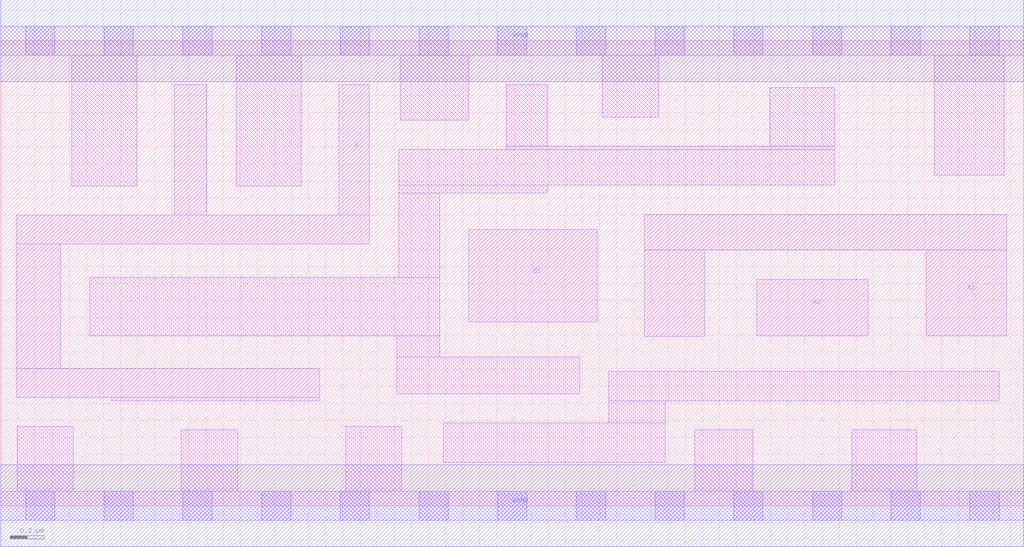
<source format=lef>
# Copyright 2020 The SkyWater PDK Authors
#
# Licensed under the Apache License, Version 2.0 (the "License");
# you may not use this file except in compliance with the License.
# You may obtain a copy of the License at
#
#     https://www.apache.org/licenses/LICENSE-2.0
#
# Unless required by applicable law or agreed to in writing, software
# distributed under the License is distributed on an "AS IS" BASIS,
# WITHOUT WARRANTIES OR CONDITIONS OF ANY KIND, either express or implied.
# See the License for the specific language governing permissions and
# limitations under the License.
#
# SPDX-License-Identifier: Apache-2.0

VERSION 5.7 ;
  NAMESCASESENSITIVE ON ;
  NOWIREEXTENSIONATPIN ON ;
  DIVIDERCHAR "/" ;
  BUSBITCHARS "[]" ;
UNITS
  DATABASE MICRONS 200 ;
END UNITS
PROPERTYDEFINITIONS
  MACRO maskLayoutSubType STRING ;
  MACRO prCellType STRING ;
  MACRO originalViewName STRING ;
END PROPERTYDEFINITIONS
MACRO sky130_fd_sc_hdll__o21a_4
  CLASS CORE ;
  FOREIGN sky130_fd_sc_hdll__o21a_4 ;
  ORIGIN  0.000000  0.000000 ;
  SIZE  5.980000 BY  2.720000 ;
  SYMMETRY X Y R90 ;
  SITE unithd ;
  PIN A1
    ANTENNAGATEAREA  0.555000 ;
    DIRECTION INPUT ;
    USE SIGNAL ;
    PORT
      LAYER li1 ;
        RECT 3.760000 0.990000 4.115000 1.495000 ;
        RECT 3.760000 1.495000 5.880000 1.705000 ;
        RECT 5.410000 0.995000 5.880000 1.495000 ;
    END
  END A1
  PIN A2
    ANTENNAGATEAREA  0.555000 ;
    DIRECTION INPUT ;
    USE SIGNAL ;
    PORT
      LAYER li1 ;
        RECT 4.420000 0.995000 5.070000 1.325000 ;
    END
  END A2
  PIN B1
    ANTENNAGATEAREA  0.555000 ;
    DIRECTION INPUT ;
    USE SIGNAL ;
    PORT
      LAYER li1 ;
        RECT 2.735000 1.075000 3.485000 1.615000 ;
    END
  END B1
  PIN VGND
    ANTENNADIFFAREA  1.007500 ;
    DIRECTION INOUT ;
    USE SIGNAL ;
    PORT
      LAYER met1 ;
        RECT 0.000000 -0.240000 5.980000 0.240000 ;
    END
  END VGND
  PIN VPWR
    ANTENNADIFFAREA  1.760000 ;
    DIRECTION INOUT ;
    USE SIGNAL ;
    PORT
      LAYER met1 ;
        RECT 0.000000 2.480000 5.980000 2.960000 ;
    END
  END VPWR
  PIN X
    ANTENNADIFFAREA  1.029000 ;
    DIRECTION OUTPUT ;
    USE SIGNAL ;
    PORT
      LAYER li1 ;
        RECT 0.090000 0.635000 1.865000 0.805000 ;
        RECT 0.090000 0.805000 0.350000 1.530000 ;
        RECT 0.090000 1.530000 2.155000 1.700000 ;
        RECT 0.645000 0.615000 1.865000 0.635000 ;
        RECT 1.015000 1.700000 1.205000 2.465000 ;
        RECT 1.975000 1.700000 2.155000 2.465000 ;
    END
  END X
  OBS
    LAYER li1 ;
      RECT 0.000000 -0.085000 5.980000 0.085000 ;
      RECT 0.000000  2.635000 5.980000 2.805000 ;
      RECT 0.095000  0.085000 0.425000 0.465000 ;
      RECT 0.415000  1.870000 0.795000 2.635000 ;
      RECT 0.520000  0.995000 2.565000 1.335000 ;
      RECT 1.055000  0.085000 1.385000 0.445000 ;
      RECT 1.375000  1.870000 1.755000 2.635000 ;
      RECT 2.015000  0.085000 2.345000 0.465000 ;
      RECT 2.315000  0.655000 3.385000 0.870000 ;
      RECT 2.315000  0.870000 2.565000 0.995000 ;
      RECT 2.325000  1.335000 2.565000 1.830000 ;
      RECT 2.325000  1.830000 3.195000 1.875000 ;
      RECT 2.325000  1.875000 4.875000 2.085000 ;
      RECT 2.335000  2.255000 2.735000 2.635000 ;
      RECT 2.585000  0.255000 3.885000 0.485000 ;
      RECT 2.955000  2.085000 4.875000 2.105000 ;
      RECT 2.955000  2.105000 3.195000 2.465000 ;
      RECT 3.515000  2.275000 3.845000 2.635000 ;
      RECT 3.555000  0.485000 3.885000 0.615000 ;
      RECT 3.555000  0.615000 5.835000 0.785000 ;
      RECT 4.055000  0.085000 4.395000 0.445000 ;
      RECT 4.495000  2.105000 4.875000 2.445000 ;
      RECT 4.975000  0.085000 5.355000 0.445000 ;
      RECT 5.455000  1.935000 5.865000 2.635000 ;
    LAYER mcon ;
      RECT 0.145000 -0.085000 0.315000 0.085000 ;
      RECT 0.145000  2.635000 0.315000 2.805000 ;
      RECT 0.605000 -0.085000 0.775000 0.085000 ;
      RECT 0.605000  2.635000 0.775000 2.805000 ;
      RECT 1.065000 -0.085000 1.235000 0.085000 ;
      RECT 1.065000  2.635000 1.235000 2.805000 ;
      RECT 1.525000 -0.085000 1.695000 0.085000 ;
      RECT 1.525000  2.635000 1.695000 2.805000 ;
      RECT 1.985000 -0.085000 2.155000 0.085000 ;
      RECT 1.985000  2.635000 2.155000 2.805000 ;
      RECT 2.445000 -0.085000 2.615000 0.085000 ;
      RECT 2.445000  2.635000 2.615000 2.805000 ;
      RECT 2.905000 -0.085000 3.075000 0.085000 ;
      RECT 2.905000  2.635000 3.075000 2.805000 ;
      RECT 3.365000 -0.085000 3.535000 0.085000 ;
      RECT 3.365000  2.635000 3.535000 2.805000 ;
      RECT 3.825000 -0.085000 3.995000 0.085000 ;
      RECT 3.825000  2.635000 3.995000 2.805000 ;
      RECT 4.285000 -0.085000 4.455000 0.085000 ;
      RECT 4.285000  2.635000 4.455000 2.805000 ;
      RECT 4.745000 -0.085000 4.915000 0.085000 ;
      RECT 4.745000  2.635000 4.915000 2.805000 ;
      RECT 5.205000 -0.085000 5.375000 0.085000 ;
      RECT 5.205000  2.635000 5.375000 2.805000 ;
      RECT 5.665000 -0.085000 5.835000 0.085000 ;
      RECT 5.665000  2.635000 5.835000 2.805000 ;
  END
  PROPERTY maskLayoutSubType "abstract" ;
  PROPERTY prCellType "standard" ;
  PROPERTY originalViewName "layout" ;
END sky130_fd_sc_hdll__o21a_4
END LIBRARY

</source>
